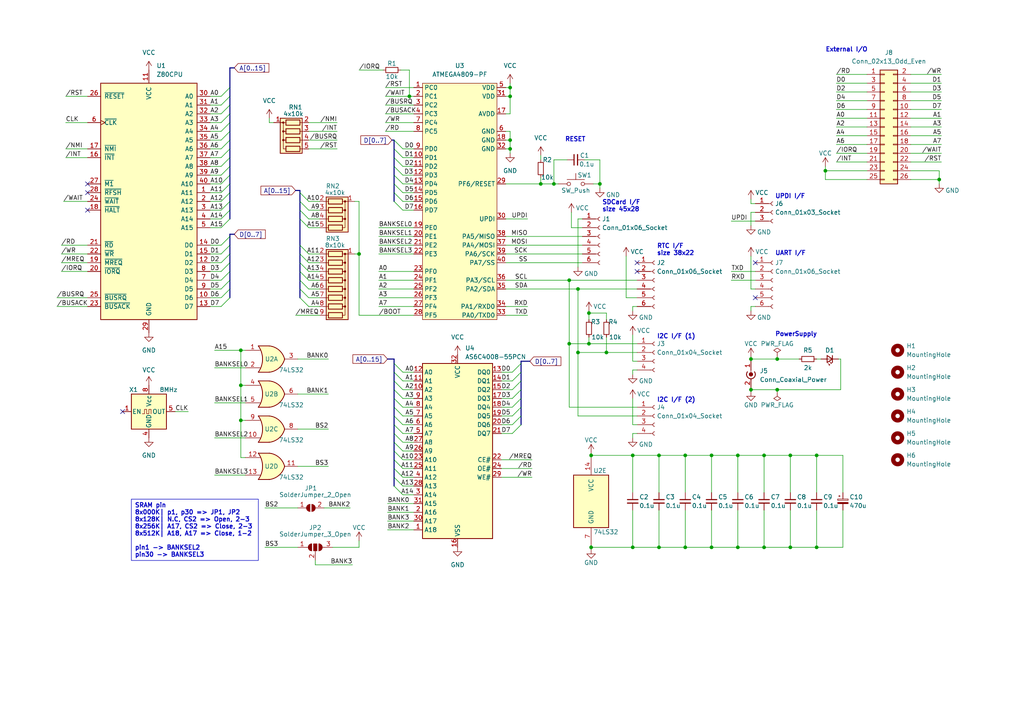
<source format=kicad_sch>
(kicad_sch (version 20230121) (generator eeschema)
  (paper "A4")
  (junction (at 167.64 83.82))
  (junction (at 272.415 52.07))
  (junction (at 217.805 104.14))
  (junction (at 147.955 27.94))
  (junction (at 191.135 158.75))
  (junction (at 170.815 90.805))
  (junction (at 206.375 132.08))
  (junction (at 239.395 49.53))
  (junction (at 198.755 158.75))
  (junction (at 229.235 132.08))
  (junction (at 175.895 102.235))
  (junction (at 118.745 27.94))
  (junction (at 104.14 73.66))
  (junction (at 165.1 99.695))
  (junction (at 191.135 132.08))
  (junction (at 183.515 132.08))
  (junction (at 236.855 132.08))
  (junction (at 69.85 121.92))
  (junction (at 221.615 132.08))
  (junction (at 147.955 25.4))
  (junction (at 206.375 158.75))
  (junction (at 173.99 53.34))
  (junction (at 171.45 158.75))
  (junction (at 147.955 40.64))
  (junction (at 156.845 53.34))
  (junction (at 69.85 111.76))
  (junction (at 147.955 43.18))
  (junction (at 167.64 102.235))
  (junction (at 69.85 101.6))
  (junction (at 221.615 158.75))
  (junction (at 165.1 81.28))
  (junction (at 236.855 158.75))
  (junction (at 217.805 113.03))
  (junction (at 213.995 158.75))
  (junction (at 213.995 132.08))
  (junction (at 170.815 99.695))
  (junction (at 160.655 53.34))
  (junction (at 171.45 132.08))
  (junction (at 229.235 158.75))
  (junction (at 225.425 104.14))
  (junction (at 198.755 132.08))
  (junction (at 225.425 113.03))
  (junction (at 183.515 158.75))
  (no_connect (at 25.4 53.34))
  (no_connect (at 219.075 86.36))
  (no_connect (at 25.4 55.88))
  (no_connect (at 184.785 76.2))
  (no_connect (at 219.075 76.2))
  (no_connect (at 184.785 78.74))
  (no_connect (at 35.56 119.38))
  (no_connect (at 25.4 60.96))
  (bus_entry (at 66.675 60.96) (size -2.54 2.54))
  (bus_entry (at 86.995 86.36) (size 2.54 2.54))
  (bus_entry (at 66.675 43.18) (size -2.54 2.54))
  (bus_entry (at 66.675 40.64) (size -2.54 2.54))
  (bus_entry (at 86.995 60.96) (size 2.54 2.54))
  (bus_entry (at 151.13 105.41) (size -2.54 2.54))
  (bus_entry (at 66.675 33.02) (size -2.54 2.54))
  (bus_entry (at 114.3 123.19) (size 2.54 2.54))
  (bus_entry (at 66.675 38.1) (size -2.54 2.54))
  (bus_entry (at 66.675 83.82) (size -2.54 2.54))
  (bus_entry (at 114.3 53.34) (size 2.54 2.54))
  (bus_entry (at 66.675 86.36) (size -2.54 2.54))
  (bus_entry (at 114.3 118.11) (size 2.54 2.54))
  (bus_entry (at 114.3 43.18) (size 2.54 2.54))
  (bus_entry (at 114.3 55.88) (size 2.54 2.54))
  (bus_entry (at 66.675 30.48) (size -2.54 2.54))
  (bus_entry (at 66.675 50.8) (size -2.54 2.54))
  (bus_entry (at 151.13 113.03) (size -2.54 2.54))
  (bus_entry (at 66.675 58.42) (size -2.54 2.54))
  (bus_entry (at 86.995 81.28) (size 2.54 2.54))
  (bus_entry (at 114.3 133.35) (size 2.54 2.54))
  (bus_entry (at 114.3 130.81) (size 2.54 2.54))
  (bus_entry (at 151.13 107.95) (size -2.54 2.54))
  (bus_entry (at 66.675 78.74) (size -2.54 2.54))
  (bus_entry (at 66.675 45.72) (size -2.54 2.54))
  (bus_entry (at 114.3 113.03) (size 2.54 2.54))
  (bus_entry (at 114.3 110.49) (size 2.54 2.54))
  (bus_entry (at 66.675 48.26) (size -2.54 2.54))
  (bus_entry (at 151.13 118.11) (size -2.54 2.54))
  (bus_entry (at 86.995 71.12) (size 2.54 2.54))
  (bus_entry (at 86.995 73.66) (size 2.54 2.54))
  (bus_entry (at 114.3 40.64) (size 2.54 2.54))
  (bus_entry (at 151.13 115.57) (size -2.54 2.54))
  (bus_entry (at 66.675 55.88) (size -2.54 2.54))
  (bus_entry (at 86.995 63.5) (size 2.54 2.54))
  (bus_entry (at 66.675 27.94) (size -2.54 2.54))
  (bus_entry (at 66.675 73.66) (size -2.54 2.54))
  (bus_entry (at 114.3 140.97) (size 2.54 2.54))
  (bus_entry (at 86.995 78.74) (size 2.54 2.54))
  (bus_entry (at 114.3 138.43) (size 2.54 2.54))
  (bus_entry (at 114.3 115.57) (size 2.54 2.54))
  (bus_entry (at 151.13 123.19) (size -2.54 2.54))
  (bus_entry (at 86.995 55.88) (size 2.54 2.54))
  (bus_entry (at 66.675 25.4) (size -2.54 2.54))
  (bus_entry (at 86.995 58.42) (size 2.54 2.54))
  (bus_entry (at 86.995 76.2) (size 2.54 2.54))
  (bus_entry (at 151.13 110.49) (size -2.54 2.54))
  (bus_entry (at 66.675 71.12) (size -2.54 2.54))
  (bus_entry (at 86.995 83.82) (size 2.54 2.54))
  (bus_entry (at 66.675 76.2) (size -2.54 2.54))
  (bus_entry (at 114.3 50.8) (size 2.54 2.54))
  (bus_entry (at 114.3 135.89) (size 2.54 2.54))
  (bus_entry (at 66.675 81.28) (size -2.54 2.54))
  (bus_entry (at 114.3 58.42) (size 2.54 2.54))
  (bus_entry (at 114.3 45.72) (size 2.54 2.54))
  (bus_entry (at 66.675 63.5) (size -2.54 2.54))
  (bus_entry (at 66.675 35.56) (size -2.54 2.54))
  (bus_entry (at 114.3 105.41) (size 2.54 2.54))
  (bus_entry (at 114.3 107.95) (size 2.54 2.54))
  (bus_entry (at 114.3 125.73) (size 2.54 2.54))
  (bus_entry (at 151.13 120.65) (size -2.54 2.54))
  (bus_entry (at 114.3 120.65) (size 2.54 2.54))
  (bus_entry (at 66.675 53.34) (size -2.54 2.54))
  (bus_entry (at 66.675 68.58) (size -2.54 2.54))
  (bus_entry (at 114.3 128.27) (size 2.54 2.54))
  (bus_entry (at 114.3 48.26) (size 2.54 2.54))
  (wire (pts (xy 217.805 61.595) (xy 217.805 65.405)))
  (wire (pts (xy 170.815 90.805) (xy 170.815 92.71)))
  (wire (pts (xy 169.545 46.355) (xy 173.99 46.355)))
  (wire (pts (xy 112.395 153.67) (xy 120.015 153.67)))
  (wire (pts (xy 102.87 73.66) (xy 104.14 73.66)))
  (wire (pts (xy 109.855 71.12) (xy 120.015 71.12)))
  (wire (pts (xy 198.755 142.875) (xy 198.755 132.08)))
  (wire (pts (xy 173.99 53.34) (xy 173.99 54.61)))
  (wire (pts (xy 118.745 27.94) (xy 120.015 27.94)))
  (wire (pts (xy 273.05 46.99) (xy 264.16 46.99)))
  (wire (pts (xy 69.85 132.715) (xy 69.85 121.92)))
  (wire (pts (xy 111.76 27.94) (xy 118.745 27.94)))
  (wire (pts (xy 217.805 104.14) (xy 217.805 104.775)))
  (wire (pts (xy 272.415 49.53) (xy 272.415 52.07)))
  (bus (pts (xy 114.3 113.03) (xy 114.3 115.57)))
  (bus (pts (xy 151.13 104.775) (xy 151.13 105.41)))
  (wire (pts (xy 86.36 124.46) (xy 95.25 124.46)))
  (wire (pts (xy 104.14 58.42) (xy 104.14 73.66)))
  (wire (pts (xy 147.955 27.94) (xy 146.685 27.94)))
  (wire (pts (xy 60.96 71.12) (xy 64.135 71.12)))
  (wire (pts (xy 86.36 104.14) (xy 95.25 104.14)))
  (wire (pts (xy 147.955 40.64) (xy 147.955 43.18)))
  (bus (pts (xy 114.3 53.34) (xy 114.3 55.88)))
  (bus (pts (xy 114.3 104.14) (xy 114.3 105.41)))
  (wire (pts (xy 62.23 116.84) (xy 71.12 116.84)))
  (wire (pts (xy 19.05 35.56) (xy 25.4 35.56)))
  (wire (pts (xy 146.685 38.1) (xy 147.955 38.1)))
  (bus (pts (xy 86.995 83.82) (xy 86.995 86.36)))
  (bus (pts (xy 151.13 115.57) (xy 151.13 118.11)))
  (bus (pts (xy 114.3 50.8) (xy 114.3 53.34)))
  (wire (pts (xy 184.785 99.695) (xy 170.815 99.695)))
  (wire (pts (xy 60.96 50.8) (xy 64.135 50.8)))
  (bus (pts (xy 66.675 30.48) (xy 66.675 33.02)))
  (wire (pts (xy 120.015 115.57) (xy 116.84 115.57)))
  (wire (pts (xy 92.71 63.5) (xy 89.535 63.5)))
  (wire (pts (xy 221.615 147.955) (xy 221.615 158.75)))
  (wire (pts (xy 156.845 45.085) (xy 156.845 46.355)))
  (wire (pts (xy 19.05 45.72) (xy 25.4 45.72)))
  (wire (pts (xy 236.855 158.75) (xy 229.235 158.75)))
  (bus (pts (xy 114.3 45.72) (xy 114.3 48.26)))
  (wire (pts (xy 242.57 36.83) (xy 251.46 36.83)))
  (wire (pts (xy 225.425 104.14) (xy 217.805 104.14)))
  (wire (pts (xy 60.96 40.64) (xy 64.135 40.64)))
  (bus (pts (xy 66.675 68.58) (xy 66.675 71.12)))
  (wire (pts (xy 104.14 158.75) (xy 96.52 158.75)))
  (wire (pts (xy 92.71 60.96) (xy 89.535 60.96)))
  (wire (pts (xy 217.805 103.505) (xy 217.805 104.14)))
  (bus (pts (xy 66.675 81.28) (xy 66.675 83.82)))
  (wire (pts (xy 69.85 111.76) (xy 71.12 111.76)))
  (wire (pts (xy 118.745 20.32) (xy 118.745 27.94)))
  (wire (pts (xy 175.895 102.235) (xy 167.64 102.235)))
  (wire (pts (xy 104.14 91.44) (xy 120.015 91.44)))
  (bus (pts (xy 151.13 113.03) (xy 151.13 115.57)))
  (wire (pts (xy 109.855 83.82) (xy 120.015 83.82)))
  (wire (pts (xy 175.895 97.79) (xy 175.895 102.235)))
  (wire (pts (xy 170.815 99.695) (xy 165.1 99.695)))
  (wire (pts (xy 93.98 147.32) (xy 101.6 147.32)))
  (wire (pts (xy 160.655 53.34) (xy 161.925 53.34)))
  (wire (pts (xy 145.415 110.49) (xy 148.59 110.49)))
  (wire (pts (xy 120.015 140.97) (xy 116.84 140.97)))
  (wire (pts (xy 111.76 33.02) (xy 120.015 33.02)))
  (wire (pts (xy 120.015 48.26) (xy 116.84 48.26)))
  (wire (pts (xy 71.12 132.715) (xy 69.85 132.715)))
  (bus (pts (xy 114.3 110.49) (xy 114.3 113.03)))
  (wire (pts (xy 60.96 66.04) (xy 64.135 66.04)))
  (wire (pts (xy 92.71 86.36) (xy 89.535 86.36)))
  (bus (pts (xy 66.675 58.42) (xy 66.675 60.96)))
  (wire (pts (xy 97.79 43.18) (xy 89.535 43.18)))
  (wire (pts (xy 85.725 91.44) (xy 92.71 91.44)))
  (wire (pts (xy 221.615 158.75) (xy 213.995 158.75)))
  (wire (pts (xy 165.735 61.595) (xy 165.735 66.04)))
  (wire (pts (xy 18.415 58.42) (xy 25.4 58.42)))
  (bus (pts (xy 114.3 123.19) (xy 114.3 125.73)))
  (wire (pts (xy 69.85 101.6) (xy 71.12 101.6)))
  (wire (pts (xy 273.05 39.37) (xy 264.16 39.37)))
  (wire (pts (xy 109.855 81.28) (xy 120.015 81.28)))
  (wire (pts (xy 217.805 113.665) (xy 217.805 113.03)))
  (wire (pts (xy 120.015 123.19) (xy 116.84 123.19)))
  (wire (pts (xy 17.78 78.74) (xy 25.4 78.74)))
  (wire (pts (xy 264.16 44.45) (xy 273.05 44.45)))
  (wire (pts (xy 60.96 55.88) (xy 64.135 55.88)))
  (wire (pts (xy 146.685 43.18) (xy 147.955 43.18)))
  (wire (pts (xy 60.96 83.82) (xy 64.135 83.82)))
  (wire (pts (xy 145.415 118.11) (xy 148.59 118.11)))
  (wire (pts (xy 239.395 49.53) (xy 251.46 49.53)))
  (wire (pts (xy 236.855 132.08) (xy 236.855 142.875)))
  (wire (pts (xy 146.685 91.44) (xy 153.035 91.44)))
  (wire (pts (xy 229.235 158.75) (xy 221.615 158.75)))
  (wire (pts (xy 264.16 49.53) (xy 272.415 49.53)))
  (bus (pts (xy 114.3 125.73) (xy 114.3 128.27)))
  (wire (pts (xy 229.235 132.08) (xy 236.855 132.08)))
  (wire (pts (xy 120.015 110.49) (xy 116.84 110.49)))
  (wire (pts (xy 272.415 52.07) (xy 272.415 53.34)))
  (wire (pts (xy 221.615 132.08) (xy 221.615 142.875)))
  (bus (pts (xy 66.675 83.82) (xy 66.675 86.36)))
  (wire (pts (xy 120.015 128.27) (xy 116.84 128.27)))
  (wire (pts (xy 164.465 46.355) (xy 160.655 46.355)))
  (wire (pts (xy 229.235 147.955) (xy 229.235 158.75)))
  (wire (pts (xy 60.96 33.02) (xy 64.135 33.02)))
  (wire (pts (xy 62.23 137.795) (xy 71.12 137.795)))
  (wire (pts (xy 60.96 60.96) (xy 64.135 60.96)))
  (wire (pts (xy 236.855 132.08) (xy 244.475 132.08)))
  (bus (pts (xy 66.675 55.88) (xy 66.675 58.42)))
  (wire (pts (xy 145.415 133.35) (xy 154.305 133.35)))
  (bus (pts (xy 66.675 67.945) (xy 66.675 68.58)))
  (wire (pts (xy 120.015 138.43) (xy 116.84 138.43)))
  (wire (pts (xy 165.735 66.04) (xy 168.91 66.04)))
  (wire (pts (xy 91.44 162.56) (xy 91.44 163.83)))
  (wire (pts (xy 217.805 88.9) (xy 217.805 90.17)))
  (wire (pts (xy 165.1 118.11) (xy 165.1 99.695)))
  (bus (pts (xy 86.995 81.28) (xy 86.995 83.82)))
  (bus (pts (xy 67.945 67.945) (xy 66.675 67.945)))
  (wire (pts (xy 264.16 41.91) (xy 273.05 41.91)))
  (wire (pts (xy 217.805 113.03) (xy 225.425 113.03)))
  (wire (pts (xy 147.955 38.1) (xy 147.955 40.64)))
  (bus (pts (xy 114.3 40.64) (xy 114.3 43.18)))
  (wire (pts (xy 171.45 158.75) (xy 171.45 159.385)))
  (wire (pts (xy 198.755 132.08) (xy 206.375 132.08)))
  (bus (pts (xy 86.995 71.12) (xy 86.995 73.66)))
  (bus (pts (xy 114.3 107.95) (xy 114.3 110.49)))
  (wire (pts (xy 60.96 81.28) (xy 64.135 81.28)))
  (bus (pts (xy 66.675 35.56) (xy 66.675 38.1)))
  (wire (pts (xy 60.96 78.74) (xy 64.135 78.74)))
  (wire (pts (xy 160.655 46.355) (xy 160.655 53.34)))
  (wire (pts (xy 92.71 73.66) (xy 89.535 73.66)))
  (wire (pts (xy 147.955 43.18) (xy 147.955 44.45)))
  (wire (pts (xy 145.415 138.43) (xy 154.305 138.43)))
  (wire (pts (xy 244.475 158.75) (xy 236.855 158.75)))
  (wire (pts (xy 273.05 29.21) (xy 264.16 29.21)))
  (bus (pts (xy 114.3 55.88) (xy 114.3 58.42)))
  (wire (pts (xy 212.09 64.135) (xy 219.075 64.135)))
  (wire (pts (xy 116.84 143.51) (xy 120.015 143.51)))
  (wire (pts (xy 213.995 158.75) (xy 206.375 158.75)))
  (wire (pts (xy 243.205 104.14) (xy 243.84 104.14)))
  (wire (pts (xy 184.785 104.775) (xy 183.515 104.775)))
  (wire (pts (xy 89.535 88.9) (xy 92.71 88.9)))
  (wire (pts (xy 156.845 51.435) (xy 156.845 53.34)))
  (wire (pts (xy 167.64 120.65) (xy 167.64 102.235)))
  (wire (pts (xy 146.685 63.5) (xy 153.035 63.5)))
  (wire (pts (xy 60.96 48.26) (xy 64.135 48.26)))
  (bus (pts (xy 66.675 27.94) (xy 66.675 30.48)))
  (wire (pts (xy 91.44 163.83) (xy 102.235 163.83)))
  (wire (pts (xy 273.05 24.13) (xy 264.16 24.13)))
  (bus (pts (xy 114.3 130.81) (xy 114.3 133.35)))
  (wire (pts (xy 112.395 151.13) (xy 120.015 151.13)))
  (wire (pts (xy 156.845 53.34) (xy 160.655 53.34)))
  (wire (pts (xy 167.64 83.82) (xy 184.785 83.82)))
  (wire (pts (xy 112.395 148.59) (xy 120.015 148.59)))
  (wire (pts (xy 104.14 20.32) (xy 111.125 20.32)))
  (wire (pts (xy 191.135 158.75) (xy 183.515 158.75)))
  (wire (pts (xy 104.14 73.66) (xy 104.14 91.44)))
  (wire (pts (xy 183.515 88.9) (xy 183.515 90.17)))
  (wire (pts (xy 146.685 71.12) (xy 168.91 71.12)))
  (wire (pts (xy 120.015 107.95) (xy 116.84 107.95)))
  (bus (pts (xy 66.675 60.96) (xy 66.675 63.5)))
  (wire (pts (xy 198.755 147.955) (xy 198.755 158.75)))
  (bus (pts (xy 151.13 118.11) (xy 151.13 120.65)))
  (wire (pts (xy 212.09 81.28) (xy 219.075 81.28)))
  (wire (pts (xy 242.57 21.59) (xy 251.46 21.59)))
  (wire (pts (xy 60.96 38.1) (xy 64.135 38.1)))
  (wire (pts (xy 120.015 45.72) (xy 116.84 45.72)))
  (wire (pts (xy 120.015 60.96) (xy 116.84 60.96)))
  (wire (pts (xy 111.76 35.56) (xy 120.015 35.56)))
  (wire (pts (xy 60.96 43.18) (xy 64.135 43.18)))
  (wire (pts (xy 109.855 68.58) (xy 120.015 68.58)))
  (wire (pts (xy 219.075 88.9) (xy 217.805 88.9)))
  (wire (pts (xy 147.955 24.13) (xy 147.955 25.4)))
  (wire (pts (xy 213.995 147.955) (xy 213.995 158.75)))
  (bus (pts (xy 66.675 50.8) (xy 66.675 53.34)))
  (wire (pts (xy 60.96 88.9) (xy 64.135 88.9)))
  (bus (pts (xy 66.675 48.26) (xy 66.675 50.8)))
  (wire (pts (xy 109.855 66.04) (xy 120.015 66.04)))
  (wire (pts (xy 273.05 26.67) (xy 264.16 26.67)))
  (wire (pts (xy 225.425 104.14) (xy 231.775 104.14)))
  (wire (pts (xy 120.015 55.88) (xy 116.84 55.88)))
  (wire (pts (xy 219.075 61.595) (xy 217.805 61.595)))
  (wire (pts (xy 104.14 156.845) (xy 104.14 158.75)))
  (wire (pts (xy 183.515 107.315) (xy 183.515 108.585)))
  (wire (pts (xy 69.85 121.92) (xy 71.12 121.92)))
  (bus (pts (xy 86.995 60.96) (xy 86.995 63.5)))
  (wire (pts (xy 191.135 132.08) (xy 198.755 132.08)))
  (wire (pts (xy 92.71 78.74) (xy 89.535 78.74)))
  (bus (pts (xy 114.3 138.43) (xy 114.3 140.97)))
  (wire (pts (xy 109.855 86.36) (xy 120.015 86.36)))
  (wire (pts (xy 217.805 83.82) (xy 219.075 83.82)))
  (bus (pts (xy 66.675 78.74) (xy 66.675 81.28)))
  (wire (pts (xy 78.105 35.56) (xy 79.375 35.56)))
  (wire (pts (xy 181.61 86.36) (xy 184.785 86.36)))
  (wire (pts (xy 242.57 34.29) (xy 251.46 34.29)))
  (bus (pts (xy 66.675 19.685) (xy 66.675 25.4)))
  (wire (pts (xy 17.78 73.66) (xy 25.4 73.66)))
  (wire (pts (xy 97.79 38.1) (xy 89.535 38.1)))
  (wire (pts (xy 184.785 118.11) (xy 165.1 118.11)))
  (wire (pts (xy 183.515 123.19) (xy 183.515 115.57)))
  (wire (pts (xy 120.015 43.18) (xy 116.84 43.18)))
  (bus (pts (xy 67.945 19.685) (xy 66.675 19.685)))
  (wire (pts (xy 217.805 74.295) (xy 217.805 83.82)))
  (wire (pts (xy 86.36 135.255) (xy 95.25 135.255)))
  (wire (pts (xy 17.78 76.2) (xy 25.4 76.2)))
  (wire (pts (xy 116.84 50.8) (xy 120.015 50.8)))
  (wire (pts (xy 120.015 53.34) (xy 116.84 53.34)))
  (wire (pts (xy 251.46 44.45) (xy 242.57 44.45)))
  (wire (pts (xy 206.375 158.75) (xy 198.755 158.75)))
  (wire (pts (xy 145.415 115.57) (xy 148.59 115.57)))
  (wire (pts (xy 16.51 88.9) (xy 25.4 88.9)))
  (wire (pts (xy 244.475 147.955) (xy 244.475 158.75)))
  (bus (pts (xy 112.395 104.14) (xy 114.3 104.14)))
  (wire (pts (xy 171.45 132.08) (xy 171.45 132.715)))
  (wire (pts (xy 239.395 52.07) (xy 251.46 52.07)))
  (wire (pts (xy 145.415 120.65) (xy 148.59 120.65)))
  (wire (pts (xy 198.755 158.75) (xy 191.135 158.75)))
  (wire (pts (xy 171.45 158.115) (xy 171.45 158.75)))
  (bus (pts (xy 66.675 45.72) (xy 66.675 48.26)))
  (wire (pts (xy 60.96 63.5) (xy 64.135 63.5)))
  (bus (pts (xy 114.3 40.64) (xy 113.665 40.64)))
  (wire (pts (xy 212.09 78.74) (xy 219.075 78.74)))
  (wire (pts (xy 86.36 114.3) (xy 95.25 114.3)))
  (wire (pts (xy 50.8 119.38) (xy 54.61 119.38)))
  (wire (pts (xy 242.57 29.21) (xy 251.46 29.21)))
  (wire (pts (xy 175.895 90.805) (xy 175.895 92.71)))
  (bus (pts (xy 114.3 115.57) (xy 114.3 118.11)))
  (wire (pts (xy 239.395 48.26) (xy 239.395 49.53)))
  (wire (pts (xy 173.99 46.355) (xy 173.99 53.34)))
  (wire (pts (xy 146.685 73.66) (xy 168.91 73.66)))
  (bus (pts (xy 86.995 58.42) (xy 86.995 60.96)))
  (wire (pts (xy 116.205 20.32) (xy 118.745 20.32)))
  (bus (pts (xy 114.3 133.35) (xy 114.3 135.89)))
  (bus (pts (xy 114.3 118.11) (xy 114.3 120.65)))
  (wire (pts (xy 171.45 131.445) (xy 171.45 132.08)))
  (wire (pts (xy 170.815 90.17) (xy 170.815 90.805)))
  (wire (pts (xy 273.05 36.83) (xy 264.16 36.83)))
  (wire (pts (xy 102.87 58.42) (xy 104.14 58.42)))
  (wire (pts (xy 264.16 52.07) (xy 272.415 52.07)))
  (wire (pts (xy 111.76 38.1) (xy 120.015 38.1)))
  (wire (pts (xy 60.96 30.48) (xy 64.135 30.48)))
  (bus (pts (xy 66.675 33.02) (xy 66.675 35.56)))
  (wire (pts (xy 146.685 76.2) (xy 168.91 76.2)))
  (wire (pts (xy 147.955 33.02) (xy 146.685 33.02)))
  (wire (pts (xy 213.995 132.08) (xy 213.995 142.875)))
  (bus (pts (xy 86.995 78.74) (xy 86.995 81.28)))
  (wire (pts (xy 184.785 102.235) (xy 175.895 102.235)))
  (wire (pts (xy 145.415 107.95) (xy 148.59 107.95)))
  (wire (pts (xy 120.015 130.81) (xy 116.84 130.81)))
  (wire (pts (xy 19.05 43.18) (xy 25.4 43.18)))
  (wire (pts (xy 273.05 31.75) (xy 264.16 31.75)))
  (wire (pts (xy 206.375 132.08) (xy 206.375 142.875)))
  (wire (pts (xy 89.535 58.42) (xy 92.71 58.42)))
  (wire (pts (xy 251.46 41.91) (xy 242.57 41.91)))
  (wire (pts (xy 120.015 120.65) (xy 116.84 120.65)))
  (bus (pts (xy 114.3 120.65) (xy 114.3 123.19)))
  (wire (pts (xy 120.015 133.35) (xy 116.84 133.35)))
  (bus (pts (xy 66.675 38.1) (xy 66.675 40.64)))
  (wire (pts (xy 60.96 27.94) (xy 64.135 27.94)))
  (bus (pts (xy 66.675 76.2) (xy 66.675 78.74)))
  (bus (pts (xy 114.3 128.27) (xy 114.3 130.81)))
  (wire (pts (xy 183.515 132.08) (xy 183.515 142.875)))
  (wire (pts (xy 145.415 113.03) (xy 148.59 113.03)))
  (wire (pts (xy 273.05 34.29) (xy 264.16 34.29)))
  (bus (pts (xy 86.995 55.88) (xy 86.995 58.42)))
  (wire (pts (xy 69.85 101.6) (xy 62.23 101.6)))
  (bus (pts (xy 85.725 55.245) (xy 86.995 55.245)))
  (wire (pts (xy 236.855 147.955) (xy 236.855 158.75)))
  (wire (pts (xy 206.375 147.955) (xy 206.375 158.75)))
  (wire (pts (xy 146.685 53.34) (xy 156.845 53.34)))
  (wire (pts (xy 78.105 34.29) (xy 78.105 35.56)))
  (wire (pts (xy 76.835 147.32) (xy 86.36 147.32)))
  (wire (pts (xy 109.855 78.74) (xy 120.015 78.74)))
  (wire (pts (xy 146.685 88.9) (xy 153.035 88.9)))
  (wire (pts (xy 62.23 106.68) (xy 71.12 106.68)))
  (wire (pts (xy 165.1 81.28) (xy 184.785 81.28)))
  (wire (pts (xy 97.79 35.56) (xy 89.535 35.56)))
  (wire (pts (xy 60.96 76.2) (xy 64.135 76.2)))
  (wire (pts (xy 170.815 97.79) (xy 170.815 99.695)))
  (wire (pts (xy 92.71 81.28) (xy 89.535 81.28)))
  (wire (pts (xy 225.425 113.03) (xy 225.425 113.665)))
  (wire (pts (xy 146.685 83.82) (xy 167.64 83.82)))
  (wire (pts (xy 60.96 58.42) (xy 64.135 58.42)))
  (wire (pts (xy 109.855 73.66) (xy 120.015 73.66)))
  (wire (pts (xy 217.805 57.785) (xy 217.805 59.055)))
  (wire (pts (xy 146.685 81.28) (xy 165.1 81.28)))
  (wire (pts (xy 217.805 113.03) (xy 217.805 112.395)))
  (wire (pts (xy 109.855 88.9) (xy 120.015 88.9)))
  (bus (pts (xy 86.995 55.245) (xy 86.995 55.88)))
  (bus (pts (xy 151.13 120.65) (xy 151.13 123.19)))
  (wire (pts (xy 225.425 103.505) (xy 225.425 104.14)))
  (wire (pts (xy 145.415 123.19) (xy 148.59 123.19)))
  (bus (pts (xy 114.3 105.41) (xy 114.3 107.95)))
  (wire (pts (xy 184.785 120.65) (xy 167.64 120.65)))
  (wire (pts (xy 242.57 31.75) (xy 251.46 31.75)))
  (wire (pts (xy 244.475 132.08) (xy 244.475 142.875)))
  (wire (pts (xy 172.085 53.34) (xy 173.99 53.34)))
  (wire (pts (xy 221.615 132.08) (xy 229.235 132.08)))
  (wire (pts (xy 147.955 27.94) (xy 147.955 33.02)))
  (wire (pts (xy 69.85 111.76) (xy 69.85 101.6)))
  (wire (pts (xy 19.05 27.94) (xy 25.4 27.94)))
  (wire (pts (xy 229.235 132.08) (xy 229.235 142.875)))
  (wire (pts (xy 251.46 46.99) (xy 242.57 46.99)))
  (wire (pts (xy 167.64 77.47) (xy 167.64 63.5)))
  (wire (pts (xy 120.015 135.89) (xy 116.84 135.89)))
  (wire (pts (xy 183.515 125.73) (xy 183.515 127)))
  (bus (pts (xy 66.675 25.4) (xy 66.675 27.94)))
  (bus (pts (xy 114.3 48.26) (xy 114.3 50.8)))
  (wire (pts (xy 120.015 113.03) (xy 116.84 113.03)))
  (bus (pts (xy 86.995 76.2) (xy 86.995 78.74)))
  (wire (pts (xy 146.685 68.58) (xy 168.91 68.58)))
  (wire (pts (xy 242.57 39.37) (xy 251.46 39.37)))
  (wire (pts (xy 60.96 53.34) (xy 64.135 53.34)))
  (bus (pts (xy 151.13 110.49) (xy 151.13 113.03)))
  (wire (pts (xy 76.835 158.75) (xy 86.36 158.75)))
  (wire (pts (xy 111.76 30.48) (xy 120.015 30.48)))
  (bus (pts (xy 114.3 135.89) (xy 114.3 138.43)))
  (wire (pts (xy 120.015 118.11) (xy 116.84 118.11)))
  (wire (pts (xy 213.995 132.08) (xy 221.615 132.08)))
  (bus (pts (xy 86.995 63.5) (xy 86.995 71.12)))
  (wire (pts (xy 181.61 74.295) (xy 181.61 86.36)))
  (wire (pts (xy 62.23 127) (xy 71.12 127)))
  (wire (pts (xy 184.785 123.19) (xy 183.515 123.19)))
  (wire (pts (xy 145.415 125.73) (xy 148.59 125.73)))
  (wire (pts (xy 243.84 113.03) (xy 225.425 113.03)))
  (wire (pts (xy 17.78 71.12) (xy 25.4 71.12)))
  (wire (pts (xy 171.45 132.08) (xy 183.515 132.08)))
  (wire (pts (xy 89.535 66.04) (xy 92.71 66.04)))
  (bus (pts (xy 66.675 53.34) (xy 66.675 55.88)))
  (wire (pts (xy 112.395 146.05) (xy 120.015 146.05)))
  (wire (pts (xy 206.375 132.08) (xy 213.995 132.08)))
  (wire (pts (xy 97.79 40.64) (xy 89.535 40.64)))
  (wire (pts (xy 170.815 90.805) (xy 175.895 90.805)))
  (wire (pts (xy 69.85 121.92) (xy 69.85 111.76)))
  (wire (pts (xy 120.015 58.42) (xy 116.84 58.42)))
  (wire (pts (xy 146.685 25.4) (xy 147.955 25.4)))
  (wire (pts (xy 146.685 40.64) (xy 147.955 40.64)))
  (wire (pts (xy 191.135 132.08) (xy 191.135 142.875)))
  (wire (pts (xy 120.015 125.73) (xy 116.84 125.73)))
  (wire (pts (xy 239.395 49.53) (xy 239.395 52.07)))
  (bus (pts (xy 66.675 43.18) (xy 66.675 45.72)))
  (wire (pts (xy 92.71 76.2) (xy 89.535 76.2)))
  (wire (pts (xy 183.515 147.955) (xy 183.515 158.75)))
  (wire (pts (xy 183.515 158.75) (xy 171.45 158.75)))
  (wire (pts (xy 217.805 59.055) (xy 219.075 59.055)))
  (wire (pts (xy 60.96 45.72) (xy 64.135 45.72)))
  (wire (pts (xy 236.855 104.14) (xy 238.125 104.14)))
  (bus (pts (xy 86.995 73.66) (xy 86.995 76.2)))
  (wire (pts (xy 16.51 86.36) (xy 25.4 86.36)))
  (wire (pts (xy 183.515 132.08) (xy 191.135 132.08)))
  (wire (pts (xy 167.64 102.235) (xy 167.64 83.82)))
  (wire (pts (xy 242.57 24.13) (xy 251.46 24.13)))
  (wire (pts (xy 60.96 35.56) (xy 64.135 35.56)))
  (wire (pts (xy 60.96 86.36) (xy 64.135 86.36)))
  (wire (pts (xy 191.135 147.955) (xy 191.135 158.75)))
  (bus (pts (xy 151.13 105.41) (xy 151.13 107.95)))
  (wire (pts (xy 184.785 125.73) (xy 183.515 125.73)))
  (wire (pts (xy 147.955 25.4) (xy 147.955 27.94)))
  (wire (pts (xy 167.64 63.5) (xy 168.91 63.5)))
  (wire (pts (xy 165.1 99.695) (xy 165.1 81.28)))
  (wire (pts (xy 111.76 25.4) (xy 120.015 25.4)))
  (bus (pts (xy 66.675 40.64) (xy 66.675 43.18)))
  (wire (pts (xy 184.785 107.315) (xy 183.515 107.315)))
  (bus (pts (xy 151.13 107.95) (xy 151.13 110.49)))
  (wire (pts (xy 183.515 104.775) (xy 183.515 97.155)))
  (wire (pts (xy 243.84 104.14) (xy 243.84 113.03)))
  (wire (pts (xy 184.785 88.9) (xy 183.515 88.9)))
  (wire (pts (xy 273.05 21.59) (xy 264.16 21.59)))
  (bus (pts (xy 114.3 43.18) (xy 114.3 45.72)))
  (bus (pts (xy 151.13 104.775) (xy 153.67 104.775)))
  (bus (pts (xy 66.675 73.66) (xy 66.675 76.2)))
  (bus (pts (xy 66.675 71.12) (xy 66.675 73.66)))
  (wire (pts (xy 92.71 83.82) (xy 89.535 83.82)))
  (wire (pts (xy 242.57 26.67) (xy 251.46 26.67)))
  (wire (pts (xy 60.96 73.66) (xy 64.135 73.66)))
  (wire (pts (xy 145.415 135.89) (xy 154.305 135.89)))
  (text_box "SRAM pin\n8x000K| p1, p30 => JP1, JP2\n8x128K| N.C, CS2 => Open, 2-3 \n8x256K| A17, CS2 => Close, 2-3\n8x512K| A18, A17 => Close, 1-2\n\npin1 -> BANKSEL2\npin30 -> BANKSEL3" (at 38.1 144.78 0) (size 36.83 17.78) (effects (font (size 1.27 1.27) bold) (justify left top)))
  (text "UART I/F" (at 224.79 74.295 0) (effects (font (size 1.27 1.27) bold) (justify left bottom)))
  (text "External I/O" (at 239.395 15.24 0) (effects (font (size 1.27 1.27) (thickness 0.254) bold) (justify left bottom)))
  (text "PowerSupply" (at 224.79 97.79 0) (effects (font (size 1.27 1.27) (thickness 0.254) bold) (justify left bottom)))
  (text "UPDI I/F" (at 224.79 57.785 0) (effects (font (size 1.27 1.27) bold) (justify left bottom)))
  (text "I2C I/F (1)" (at 190.5 98.425 0) (effects (font (size 1.27 1.27) bold) (justify left bottom)))
  (text "RESET" (at 163.83 41.275 0) (effects (font (size 1.27 1.27) (thickness 0.254) bold) (justify left bottom)))
  (text "RTC I/F\nsize 38x22" (at 190.5 74.295 0) (effects (font (size 1.27 1.27) bold) (justify left bottom)))
  (text "I2C I/F (2)" (at 190.5 116.84 0) (effects (font (size 1.27 1.27) bold) (justify left bottom)))
  (text "SDCard I/F\nsize 45x28" (at 174.625 61.595 0) (effects (font (size 1.27 1.27) (thickness 0.254) bold) (justify left bottom)))
  (label "A10" (at 92.71 58.42 180))
  (label "{slash}WAIT" (at 111.76 27.94 0))
  (label "BANK2" (at 112.395 153.67 0))
  (label "{slash}WR" (at 273.05 21.59 180))
  (label "A3" (at 273.05 36.83 180))
  (label "A13" (at 120.015 140.97 180))
  (label "D5" (at 120.015 55.88 180))
  (label "A6" (at 92.71 83.82 180))
  (label "D6" (at 60.96 86.36 0))
  (label "D1" (at 145.415 110.49 0))
  (label "{slash}BUSACK" (at 111.76 33.02 0))
  (label "A7" (at 120.015 125.73 180))
  (label "{slash}RST" (at 273.05 46.99 180))
  (label "A12" (at 60.96 58.42 0))
  (label "D4" (at 145.415 118.11 0))
  (label "A3" (at 109.855 86.36 0))
  (label "D7" (at 60.96 88.9 0))
  (label "D1" (at 273.05 24.13 180))
  (label "A0" (at 60.96 27.94 0))
  (label "A10" (at 60.96 53.34 0))
  (label "A5" (at 60.96 40.64 0))
  (label "D1" (at 120.015 45.72 180))
  (label "A9" (at 120.015 130.81 180))
  (label "{slash}WAIT" (at 18.415 58.42 0))
  (label "{slash}NMI" (at 97.79 35.56 180))
  (label "D3" (at 145.415 115.57 0))
  (label "D1" (at 60.96 73.66 0))
  (label "{slash}RD" (at 242.57 21.59 0))
  (label "TXD" (at 212.09 78.74 0))
  (label "D2" (at 145.415 113.03 0))
  (label "D4" (at 60.96 81.28 0))
  (label "A14" (at 92.71 81.28 180))
  (label "A1" (at 120.015 110.49 180))
  (label "A5" (at 120.015 120.65 180))
  (label "D7" (at 273.05 31.75 180))
  (label "A8" (at 120.015 128.27 180))
  (label "MOSI" (at 153.035 71.12 180))
  (label "A15" (at 60.96 66.04 0))
  (label "CLK" (at 54.61 119.38 180))
  (label "BS3" (at 76.835 158.75 0))
  (label "A1" (at 273.05 34.29 180))
  (label "D0" (at 120.015 43.18 180))
  (label "D5" (at 273.05 29.21 180))
  (label "{slash}BUSRQ" (at 16.51 86.36 0))
  (label "BS3" (at 95.25 135.255 180))
  (label "A5" (at 92.71 86.36 180))
  (label "BANKSEL0" (at 62.23 106.68 0))
  (label "A5" (at 273.05 39.37 180))
  (label "{slash}BUSRQ" (at 97.79 40.64 180))
  (label "{slash}RST" (at 19.05 27.94 0))
  (label "D0" (at 145.415 107.95 0))
  (label "BANK0" (at 112.395 146.05 0))
  (label "A2" (at 242.57 36.83 0))
  (label "A12" (at 120.015 138.43 180))
  (label "A11" (at 92.71 73.66 180))
  (label "A10" (at 120.015 133.35 180))
  (label "BANKSEL1" (at 62.23 116.84 0))
  (label "A4" (at 242.57 39.37 0))
  (label "{slash}BOOT" (at 109.855 91.44 0))
  (label "D5" (at 60.96 83.82 0))
  (label "D6" (at 242.57 31.75 0))
  (label "RXD" (at 212.09 81.28 0))
  (label "A8" (at 60.96 48.26 0))
  (label "A6" (at 242.57 41.91 0))
  (label "BANKSEL0" (at 109.855 66.04 0))
  (label "{slash}NMI" (at 19.05 43.18 0))
  (label "SCL" (at 153.035 81.28 180))
  (label "{slash}INT" (at 19.05 45.72 0))
  (label "D2" (at 120.015 48.26 180))
  (label "A1" (at 109.855 81.28 0))
  (label "D6" (at 120.015 58.42 180))
  (label "BANKSEL1" (at 109.855 68.58 0))
  (label "CLK" (at 19.05 35.56 0))
  (label "D6" (at 145.415 123.19 0))
  (label "A14" (at 60.96 63.5 0))
  (label "A0" (at 120.015 107.95 180))
  (label "{slash}WAIT" (at 273.05 44.45 180))
  (label "D4" (at 242.57 29.21 0))
  (label "A15" (at 92.71 66.04 180))
  (label "A3" (at 60.96 35.56 0))
  (label "A7" (at 109.855 88.9 0))
  (label "A0" (at 242.57 34.29 0))
  (label "A11" (at 120.015 135.89 180))
  (label "D7" (at 120.015 60.96 180))
  (label "{slash}MREQ" (at 85.725 91.44 0))
  (label "{slash}IORQ" (at 17.78 78.74 0))
  (label "A6" (at 120.015 123.19 180))
  (label "A14" (at 120.015 143.51 180))
  (label "D7" (at 145.415 125.73 0))
  (label "A11" (at 60.96 55.88 0))
  (label "BANK0" (at 95.25 104.14 180))
  (label "D4" (at 120.015 53.34 180))
  (label "A8" (at 92.71 63.5 180))
  (label "A4" (at 92.71 88.9 180))
  (label "BANK3" (at 102.235 163.83 180))
  (label "A4" (at 60.96 38.1 0))
  (label "BS2" (at 76.835 147.32 0))
  (label "D3" (at 119.888 50.8 180))
  (label "A2" (at 60.96 33.02 0))
  (label "A15" (at 62.23 101.6 0))
  (label "A13" (at 92.71 78.74 180))
  (label "A9" (at 92.71 60.96 180))
  (label "RXD" (at 153.035 88.9 180))
  (label "BANK1" (at 95.25 114.3 180))
  (label "BANK3" (at 112.395 151.13 0))
  (label "A7" (at 273.05 41.91 180))
  (label "{slash}INT" (at 97.79 38.1 180))
  (label "BANKSEL3" (at 109.855 73.66 0))
  (label "A2" (at 120.015 113.03 180))
  (label "{slash}RD" (at 111.76 38.1 0))
  (label "UPDI" (at 153.035 63.5 180))
  (label "D5" (at 145.415 120.65 0))
  (label "SCK" (at 153.035 73.66 180))
  (label "UPDI" (at 212.09 64.135 0))
  (label "{slash}RST" (at 97.79 43.18 180))
  (label "D0" (at 242.57 24.13 0))
  (label "{slash}WR" (at 17.78 73.66 0))
  (label "BS2" (at 95.25 124.46 180))
  (label "A13" (at 60.96 60.96 0))
  (label "A6" (at 60.96 43.18 0))
  (label "A7" (at 60.96 45.72 0))
  (label "{slash}MREQ" (at 17.78 76.2 0))
  (label "{slash}MREQ" (at 154.305 133.35 180))
  (label "{slash}IORQ" (at 104.14 20.32 0))
  (label "{slash}RST" (at 111.76 25.4 0))
  (label "SDA" (at 153.035 83.82 180))
  (label "A4" (at 120.015 118.11 180))
  (label "BANKSEL2" (at 109.855 71.12 0))
  (label "MISO" (at 153.035 68.58 180))
  (label "D2" (at 60.96 76.2 0))
  (label "A1" (at 60.96 30.48 0))
  (label "BANK2" (at 101.6 147.32 180))
  (label "A9" (at 60.96 50.8 0))
  (label "{slash}INT" (at 242.57 46.99 0))
  (label "A0" (at 109.855 78.74 0))
  (label "TXD" (at 153.035 91.44 180))
  (label "SS" (at 153.035 76.2 180))
  (label "{slash}RD" (at 154.305 135.89 180))
  (label "{slash}BUSACK" (at 16.51 88.9 0))
  (label "{slash}WR" (at 154.305 138.43 180))
  (label "{slash}IORQ" (at 242.57 44.45 0))
  (label "A3" (at 120.015 115.57 180))
  (label "D0" (at 60.96 71.12 0))
  (label "{slash}RD" (at 17.78 71.12 0))
  (label "A2" (at 109.855 83.82 0))
  (label "{slash}BUSRQ" (at 111.76 30.48 0))
  (label "BANKSEL2" (at 62.23 127 0))
  (label "D3" (at 273.05 26.67 180))
  (label "BANK1" (at 112.395 148.59 0))
  (label "D2" (at 242.57 26.67 0))
  (label "D3" (at 60.96 78.74 0))
  (label "{slash}WR" (at 111.76 35.56 0))
  (label "A12" (at 92.71 76.2 180))
  (label "BANKSEL3" (at 62.23 137.795 0))
  (global_label "A[0..15]" (shape input) (at 85.725 55.245 180) (property "Intersheetrefs" "${INTERSHEET_REFS}" (effects hide)))
  (global_label "D[0..7]" (shape input) (at 67.945 67.945 0) (property "Intersheetrefs" "${INTERSHEET_REFS}" (effects hide)))
  (global_label "D[0..7]" (shape input) (at 153.67 104.775 0) (property "Intersheetrefs" "${INTERSHEET_REFS}" (effects hide)))
  (global_label "A[0..15]" (shape input) (at 67.945 19.685 0) (property "Intersheetrefs" "${INTERSHEET_REFS}" (effects hide)))
  (global_label "A[0..15]" (shape input) (at 112.395 104.14 180) (property "Intersheetrefs" "${INTERSHEET_REFS}" (effects hide)))
  (global_label "D[0..7]" (shape input) (at 113.665 40.64 180) (property "Intersheetrefs" "${INTERSHEET_REFS}" (effects hide)))
  (symbol (lib_id "power:VCC") (at 183.515 115.57 0) (unit 1)
    (property "Reference" "#PWR022" (effects hide))
    (property "Value" "VCC" (at 186.69 114.3 0))
  )
  (symbol (lib_id "Device:C_Small") (at 167.005 46.355 90) (unit 1)
    (property "Reference" "C1" (at 169.545 45.085 90))
    (property "Value" "0.1u" (at 170.18 47.625 90))
    (property "Footprint" "Capacitor_THT:C_Disc_D4.3mm_W1.9mm_P5.00mm" (effects hide))
  )
  (symbol (lib_id "Mechanical:MountingHole") (at 260.35 133.35 0) (unit 1)
    (property "Reference" "H6" (at 262.89 132.08 0) (effects (justify left)))
    (property "Value" "MountingHole" (at 262.89 134.62 0) (effects (justify left)))
    (property "Footprint" "MountingHole:MountingHole_3.2mm_M3" (effects hide))
  )
  (symbol (lib_id "Connector:Conn_Coaxial_Power") (at 217.805 107.315 0) (unit 1)
    (property "Reference" "J5" (at 220.345 107.569 0) (effects (justify left)))
    (property "Value" "Conn_Coaxial_Power" (at 220.345 110.109 0) (effects (justify left)))
    (property "Footprint" "sbcz80cpm:A295-CTRPB-1" (effects hide))
  )
  (symbol (lib_id "74xx:74LS32") (at 78.74 104.14 0) (unit 1)
    (property "Reference" "U2" (at 78.74 104.14 0))
    (property "Value" "74LS32" (at 84.455 107.315 0))
    (property "Footprint" "Package_DIP:DIP-14_W7.62mm_Socket" (effects hide))
    (property "Datasheet" "http://www.ti.com/lit/gpn/sn74LS32" (effects hide))
  )
  (symbol (lib_id "Mechanical:MountingHole") (at 260.35 107.95 0) (unit 1)
    (property "Reference" "H2" (at 262.89 106.68 0) (effects (justify left)))
    (property "Value" "MountingHole" (at 262.89 109.22 0) (effects (justify left)))
    (property "Footprint" "MountingHole:MountingHole_3.2mm_M3" (effects hide))
  )
  (symbol (lib_id "power:GND") (at 43.18 96.52 0) (unit 1)
    (property "Reference" "#PWR02" (effects hide))
    (property "Value" "GND" (at 43.18 101.6 0))
  )
  (symbol (lib_id "power:GND") (at 183.515 108.585 0) (unit 1)
    (property "Reference" "#PWR021" (effects hide))
    (property "Value" "GND" (at 187.325 110.49 0))
  )
  (symbol (lib_id "sbcz80cpm:ATMEGA4809-PF") (at 122.555 24.13 0) (unit 1)
    (property "Reference" "U3" (at 133.35 19.05 0))
    (property "Value" "ATMEGA4809-PF" (at 133.35 21.59 0))
    (property "Footprint" "Package_DIP:DIP-40_W15.24mm_Socket" (effects hide))
    (property "Datasheet" "https://akizukidenshi.com/catalog/g/g116144/" (effects hide))
  )
  (symbol (lib_id "74xx:74LS32") (at 171.45 145.415 0) (unit 5)
    (property "Reference" "U2" (at 172.085 136.525 0) (effects (justify left)))
    (property "Value" "74LS32" (at 172.085 154.305 0) (effects (justify left)))
    (property "Footprint" "Package_DIP:DIP-14_W7.62mm_Socket" (effects hide))
    (property "Datasheet" "http://www.ti.com/lit/gpn/sn74LS32" (effects hide))
  )
  (symbol (lib_id "power:GND") (at 132.715 158.75 0) (unit 1)
    (property "Reference" "#PWR08" (effects hide))
    (property "Value" "GND" (at 132.715 163.83 0))
  )
  (symbol (lib_id "power:VCC") (at 181.61 74.295 0) (unit 1)
    (property "Reference" "#PWR018" (effects hide))
    (property "Value" "VCC" (at 184.785 73.025 0))
  )
  (symbol (lib_id "power:VCC") (at 156.845 45.085 0) (unit 1)
    (property "Reference" "#PWR011" (effects hide))
    (property "Value" "VCC" (at 156.845 40.005 0))
  )
  (symbol (lib_id "power:GND") (at 183.515 90.17 0) (unit 1)
    (property "Reference" "#PWR019" (effects hide))
    (property "Value" "GND" (at 187.325 92.075 0))
  )
  (symbol (lib_id "Memory_RAM:AS6C4008-55PCN") (at 132.715 130.81 0) (unit 1)
    (property "Reference" "U4" (at 134.9091 100.965 0) (effects (justify left)))
    (property "Value" "AS6C4008-55PCN" (at 134.9091 103.505 0) (effects (justify left)))
    (property "Footprint" "Package_DIP:DIP-32_W15.24mm_Socket" (effects hide))
    (property "Datasheet" "https://www.alliancememory.com/wp-content/uploads/pdf/AS6C4008.pdf" (effects hide))
  )
  (symbol (lib_id "power:VCC") (at 217.805 103.505 0) (unit 1)
    (property "Reference" "#PWR028" (effects hide))
    (property "Value" "VCC" (at 217.805 99.695 0))
  )
  (symbol (lib_id "Device:C_Small") (at 191.135 145.415 0) (unit 1)
    (property "Reference" "C3" (at 193.04 144.145 0) (effects (justify left)))
    (property "Value" "0.1u" (at 193.04 146.685 0) (effects (justify left)))
    (property "Footprint" "Capacitor_THT:C_Disc_D4.3mm_W1.9mm_P5.00mm" (effects hide))
  )
  (symbol (lib_id "power:GND") (at 43.18 127 0) (unit 1)
    (property "Reference" "#PWR04" (effects hide))
    (property "Value" "GND" (at 43.18 132.08 0))
  )
  (symbol (lib_id "Device:C_Small") (at 229.235 145.415 0) (unit 1)
    (property "Reference" "C8" (at 231.14 144.145 0) (effects (justify left)))
    (property "Value" "0.1u" (at 231.14 146.685 0) (effects (justify left)))
    (property "Footprint" "Capacitor_THT:C_Disc_D4.3mm_W1.9mm_P5.00mm" (effects hide))
  )
  (symbol (lib_id "power:VCC") (at 147.955 24.13 0) (unit 1)
    (property "Reference" "#PWR09" (effects hide))
    (property "Value" "VCC" (at 147.955 19.05 0))
  )
  (symbol (lib_id "Oscillator:CXO_DIP8") (at 43.18 119.38 0) (unit 1)
    (property "Reference" "X1" (at 38.735 113.03 0))
    (property "Value" "8MHz" (at 48.895 113.03 0))
    (property "Footprint" "Oscillator:Oscillator_DIP-8" (effects hide))
    (property "Datasheet" "http://cdn-reichelt.de/documents/datenblatt/B400/OSZI.pdf" (effects hide))
  )
  (symbol (lib_id "CPU:Z80CPU") (at 43.18 58.42 0) (unit 1)
    (property "Reference" "U1" (at 45.3741 19.05 0) (effects (justify left)))
    (property "Value" "Z80CPU" (at 45.3741 21.59 0) (effects (justify left)))
    (property "Footprint" "Package_DIP:DIP-40_W15.24mm_Socket" (effects hide))
    (property "Datasheet" "www.zilog.com/manage_directlink.php?filepath=docs/z80/um0080" (effects hide))
  )
  (symbol (lib_id "power:GND") (at 171.45 159.385 0) (unit 1)
    (property "Reference" "#PWR016" (effects hide))
    (property "Value" "GND" (at 171.45 163.195 0))
  )
  (symbol (lib_id "Mechanical:MountingHole") (at 260.35 127 0) (unit 1)
    (property "Reference" "H5" (at 262.89 125.73 0) (effects (justify left)))
    (property "Value" "MountingHole" (at 262.89 128.27 0) (effects (justify left)))
    (property "Footprint" "MountingHole:MountingHole_3.2mm_M3" (effects hide))
  )
  (symbol (lib_id "power:VCC") (at 183.515 97.155 0) (unit 1)
    (property "Reference" "#PWR020" (effects hide))
    (property "Value" "VCC" (at 186.69 95.885 0))
  )
  (symbol (lib_id "Device:C_Small") (at 206.375 145.415 0) (unit 1)
    (property "Reference" "C5" (at 208.28 144.145 0) (effects (justify left)))
    (property "Value" "0.1u" (at 208.28 146.685 0) (effects (justify left)))
    (property "Footprint" "Capacitor_THT:C_Disc_D4.3mm_W1.9mm_P5.00mm" (effects hide))
  )
  (symbol (lib_id "power:VCC") (at 78.105 34.29 0) (unit 1)
    (property "Reference" "#PWR05" (effects hide))
    (property "Value" "VCC" (at 78.105 29.21 0))
  )
  (symbol (lib_id "Mechanical:MountingHole") (at 260.35 101.6 0) (unit 1)
    (property "Reference" "H1" (at 262.89 100.33 0) (effects (justify left)))
    (property "Value" "MountingHole" (at 262.89 102.87 0) (effects (justify left)))
    (property "Footprint" "MountingHole:MountingHole_3.2mm_M3" (effects hide))
  )
  (symbol (lib_id "power:GND") (at 147.955 44.45 0) (unit 1)
    (property "Reference" "#PWR010" (effects hide))
    (property "Value" "GND" (at 147.955 49.53 0))
  )
  (symbol (lib_id "power:VCC") (at 43.18 20.32 0) (unit 1)
    (property "Reference" "#PWR01" (effects hide))
    (property "Value" "VCC" (at 43.18 15.24 0))
  )
  (symbol (lib_id "Device:R_Small") (at 156.845 48.895 180) (unit 1)
    (property "Reference" "R2" (at 158.75 46.355 0))
    (property "Value" "10k" (at 158.75 51.435 0))
    (property "Footprint" "Resistor_THT:R_Axial_DIN0204_L3.6mm_D1.6mm_P7.62mm_Horizontal" (effects hide))
  )
  (symbol (lib_id "power:GND") (at 183.515 127 0) (unit 1)
    (property "Reference" "#PWR023" (effects hide))
    (property "Value" "GND" (at 187.325 128.905 0))
  )
  (symbol (lib_id "Jumper:SolderJumper_3_Open") (at 91.44 158.75 0) (unit 1)
    (property "Reference" "JP2" (at 91.44 153.035 0))
    (property "Value" "SolderJumper_3_Open" (at 91.44 154.94 0))
    (property "Footprint" "Jumper:SolderJumper-3_P1.3mm_Open_Pad1.0x1.5mm_NumberLabels" (effects hide))
  )
  (symbol (lib_id "Device:C_Small") (at 236.855 145.415 0) (unit 1)
    (property "Reference" "C9" (at 238.76 144.145 0) (effects (justify left)))
    (property "Value" "0.1u" (at 238.76 146.685 0) (effects (justify left)))
    (property "Footprint" "Capacitor_THT:C_Disc_D4.3mm_W1.9mm_P5.00mm" (effects hide))
  )
  (symbol (lib_id "power:VCC") (at 239.395 48.26 0) (unit 1)
    (property "Reference" "#PWR030" (effects hide))
    (property "Value" "VCC" (at 239.395 44.45 0))
  )
  (symbol (lib_id "Device:R_Small") (at 234.315 104.14 90) (unit 1)
    (property "Reference" "R5" (at 234.315 101.6 90))
    (property "Value" "2k" (at 234.315 106.68 90))
    (property "Footprint" "Resistor_THT:R_Axial_DIN0204_L3.6mm_D1.6mm_P7.62mm_Horizontal" (effects hide))
  )
  (symbol (lib_id "Switch:SW_Push") (at 167.005 53.34 0) (unit 1)
    (property "Reference" "SW1" (at 169.545 50.8 0))
    (property "Value" "SW_Push" (at 167.005 55.245 0))
    (property "Footprint" "Button_Switch_THT:SW_PUSH_6mm" (effects hide))
  )
  (symbol (lib_id "74xx:74LS32") (at 78.74 124.46 0) (unit 3)
    (property "Reference" "U2" (at 78.74 124.46 0))
    (property "Value" "74LS32" (at 84.455 127.635 0))
    (property "Footprint" "Package_DIP:DIP-14_W7.62mm_Socket" (effects hide))
    (property "Datasheet" "http://www.ti.com/lit/gpn/sn74LS32" (effects hide))
  )
  (symbol (lib_id "Device:C_Polarized_Small") (at 244.475 145.415 0) (unit 1)
    (property "Reference" "C10" (at 246.38 144.145 0) (effects (justify left)))
    (property "Value" "470u" (at 246.38 146.685 0) (effects (justify left)))
    (property "Footprint" "Capacitor_THT:CP_Radial_D8.0mm_P5.00mm" (effects hide))
  )
  (symbol (lib_id "Device:C_Small") (at 213.995 145.415 0) (unit 1)
    (property "Reference" "C6" (at 215.9 144.145 0) (effects (justify left)))
    (property "Value" "0.1u" (at 215.9 146.685 0) (effects (justify left)))
    (property "Footprint" "Capacitor_THT:C_Disc_D4.3mm_W1.9mm_P5.00mm" (effects hide))
  )
  (symbol (lib_id "power:GND") (at 272.415 53.34 0) (unit 1)
    (property "Reference" "#PWR031" (effects hide))
    (property "Value" "GND" (at 276.225 55.245 0))
  )
  (symbol (lib_id "Device:C_Small") (at 221.615 145.415 0) (unit 1)
    (property "Reference" "C7" (at 223.52 144.145 0) (effects (justify left)))
    (property "Value" "0.1u" (at 223.52 146.685 0) (effects (justify left)))
    (property "Footprint" "Capacitor_THT:C_Disc_D4.3mm_W1.9mm_P5.00mm" (effects hide))
  )
  (symbol (lib_id "power:VCC") (at 104.14 156.845 0) (unit 1)
    (property "Reference" "#PWR06" (effects hide))
    (property "Value" "VCC" (at 104.14 153.035 0))
  )
  (symbol (lib_id "power:PWR_FLAG") (at 225.425 113.665 0) (mirror x) (unit 1)
    (property "Reference" "#FLG02" (effects hide))
    (property "Value" "PWR_FLAG" (at 225.425 117.475 0))
  )
  (symbol (lib_id "power:GND") (at 217.805 90.17 0) (unit 1)
    (property "Reference" "#PWR027" (effects hide))
    (property "Value" "GND" (at 221.615 92.075 0))
  )
  (symbol (lib_id "Connector:Conn_01x04_Socket") (at 189.865 120.65 0) (unit 1)
    (property "Reference" "J4" (at 190.5 118.11 0) (effects (justify left)))
    (property "Value" "Conn_01x04_Socket" (at 190.5 120.65 0) (effects (justify left)))
    (property "Footprint" "Connector_PinHeader_2.00mm:PinHeader_1x04_P2.00mm_Vertical" (effects hide))
  )
  (symbol (lib_id "Device:C_Small") (at 198.755 145.415 0) (unit 1)
    (property "Reference" "C4" (at 200.66 144.145 0) (effects (justify left)))
    (property "Value" "0.1u" (at 200.66 146.685 0) (effects (justify left)))
    (property "Footprint" "Capacitor_THT:C_Disc_D4.3mm_W1.9mm_P5.00mm" (effects hide))
  )
  (symbol (lib_id "Connector:Conn_01x06_Socket") (at 189.865 81.28 0) (unit 1)
    (property "Reference" "J2" (at 190.5 76.2 0) (effects (justify left)))
    (property "Value" "Conn_01x06_Socket" (at 190.5 78.74 0) (effects (justify left)))
    (property "Footprint" "Connector_PinSocket_2.54mm:PinSocket_1x06_P2.54mm_Vertical" (effects hide))
  )
  (symbol (lib_id "Connector:Conn_01x03_Socket") (at 224.155 61.595 0) (unit 1)
    (property "Reference" "J6" (at 224.79 59.055 0) (effects (justify left)))
    (property "Value" "Conn_01x03_Socket" (at 224.79 61.595 0) (effects (justify left)))
    (property "Footprint" "sbcz80cpm:UPDIconn" (effects hide))
  )
  (symbol (lib_id "Device:R_Network08") (at 97.79 83.82 270) (unit 1)
    (property "Reference" "RN3" (at 96.52 69.215 90))
    (property "Value" "8x10k" (at 97.155 71.12 90))
    (property "Footprint" "Resistor_THT:R_Array_SIP9" (effects hide))
    (property "Datasheet" "http://www.vishay.com/docs/31509/csc.pdf" (effects hide))
  )
  (symbol (lib_id "power:VCC") (at 43.18 111.76 0) (unit 1)
    (property "Reference" "#PWR03" (effects hide))
    (property "Value" "VCC" (at 43.18 107.315 0))
  )
  (symbol (lib_id "74xx:74LS32") (at 78.74 114.3 0) (unit 2)
    (property "Reference" "U2" (at 78.74 114.3 0))
    (property "Value" "74LS32" (at 84.455 117.475 0))
    (property "Footprint" "Package_DIP:DIP-14_W7.62mm_Socket" (effects hide))
    (property "Datasheet" "http://www.ti.com/lit/gpn/sn74LS32" (effects hide))
  )
  (symbol (lib_id "power:VCC") (at 171.45 131.445 0) (unit 1)
    (property "Reference" "#PWR015" (effects hide))
    (property "Value" "VCC" (at 171.45 127.635 0))
  )
  (symbol (lib_id "Connector_Generic:Conn_02x13_Odd_Even") (at 256.54 36.83 0) (unit 1)
    (property "Reference" "J8" (at 257.81 15.24 0))
    (property "Value" "Conn_02x13_Odd_Even" (at 257.81 17.78 0))
    (property "Footprint" "Connector_PinHeader_2.54mm:PinHeader_2x13_P2.54mm_Vertical" (effects hide))
  )
  (symbol (lib_id "Jumper:SolderJumper_2_Open") (at 90.17 147.32 0) (unit 1)
    (property "Reference" "JP1" (at 90.17 141.605 0))
    (property "Value" "SolderJumper_2_Open" (at 91.44 143.51 0))
    (property "Footprint" "Jumper:SolderJumper-2_P1.3mm_Open_Pad1.0x1.5mm" (effects hide))
  )
  (symbol (lib_id "power:PWR_FLAG") (at 225.425 103.505 0) (unit 1)
    (property "Reference" "#FLG01" (effects hide))
    (property "Value" "PWR_FLAG" (at 225.425 99.695 0))
  )
  (symbol (lib_id "Connector:Conn_01x06_Socket") (at 224.155 81.28 0) (unit 1)
    (property "Reference" "J7" (at 224.79 76.2 0) (effects (justify left)))
    (property "Value" "Conn_01x06_Socket" (at 224.79 78.74 0) (effects (justify left)))
    (property "Footprint" "Connector_PinHeader_2.54mm:PinHeader_1x06_P2.54mm_Vertical" (effects hide))
  )
  (symbol (lib_id "power:GND") (at 167.64 77.47 0) (unit 1)
    (property "Reference" "#PWR013" (effects hide))
    (property "Value" "GND" (at 171.45 79.375 0))
  )
  (symbol (lib_id "power:VCC") (at 170.815 90.17 0) (unit 1)
    (property "Reference" "#PWR014" (effects hide))
    (property "Value" "VCC" (at 173.99 88.9 0))
  )
  (symbol (lib_id "Device:LED_Small") (at 240.665 104.14 180) (unit 1)
    (property "Reference" "D1" (at 240.665 101.6 0))
    (property "Value" "LED_Small" (effects hide))
    (property "Footprint" "LED_THT:LED_D3.0mm" (effects hide))
  )
  (symbol (lib_id "Device:R_Small") (at 175.895 95.25 180) (unit 1)
    (property "Reference" "R4" (at 177.8 93.345 0))
    (property "Value" "10k" (at 178.435 97.79 0))
    (property "Footprint" "Resistor_THT:R_Axial_DIN0204_L3.6mm_D1.6mm_P7.62mm_Horizontal" (effects hide))
  )
  (symbol (lib_id "Device:C_Small") (at 183.515 145.415 0) (unit 1)
    (property "Reference" "C2" (at 185.42 144.145 0) (effects (justify left)))
    (property "Value" "0.1u" (at 185.42 146.685 0) (effects (justify left)))
    (property "Footprint" "Capacitor_THT:C_Disc_D4.3mm_W1.9mm_P5.00mm" (effects hide))
  )
  (symbol (lib_id "power:VCC") (at 217.805 74.295 0) (unit 1)
    (property "Reference" "#PWR026" (effects hide))
    (property "Value" "VCC" (at 220.98 73.025 0))
  )
  (symbol (lib_id "Device:R_Network04") (at 84.455 40.64 90) (mirror x) (unit 1)
    (property "Reference" "RN1" (at 85.725 31.115 90))
    (property "Value" "4x10k" (at 85.09 33.02 90))
    (property "Footprint" "Resistor_THT:R_Array_SIP5" (effects hide))
    (property "Datasheet" "http://www.vishay.com/docs/31509/csc.pdf" (effects hide))
  )
  (symbol (lib_id "Mechanical:MountingHole") (at 260.35 114.3 0) (unit 1)
    (property "Reference" "H3" (at 262.89 113.03 0) (effects (justify left)))
    (property "Value" "MountingHole" (at 262.89 115.57 0) (effects (justify left)))
    (property "Footprint" "MountingHole:MountingHole_3.2mm_M3" (effects hide))
  )
  (symbol (lib_id "power:GND") (at 217.805 113.665 0) (unit 1)
    (property "Reference" "#PWR029" (effects hide))
    (property "Value" "GND" (at 217.805 117.475 0))
  )
  (symbol (lib_id "Device:R_Small") (at 113.665 20.32 90) (unit 1)
    (property "Reference" "R1" (at 113.665 18.415 90))
    (property "Value" "10k" (at 113.665 22.225 90))
    (property "Footprint" "Resistor_THT:R_Axial_DIN0204_L3.6mm_D1.6mm_P7.62mm_Horizontal" (effects hide))
  )
  (symbol (lib_id "Connector:Conn_01x04_Socket") (at 189.865 102.235 0) (unit 1)
    (property "Reference" "J3" (at 190.5 99.695 0) (effects (justify left)))
    (property "Value" "Conn_01x04_Socket" (at 190.5 102.235 0) (effects (justify left)))
    (property "Footprint" "Connector_PinHeader_2.54mm:PinHeader_1x04_P2.54mm_Vertical" (effects hide))
  )
  (symbol (lib_id "power:VCC") (at 132.715 102.87 0) (unit 1)
    (property "Reference" "#PWR07" (effects hide))
    (property "Value" "VCC" (at 132.715 97.79 0))
  )
  (symbol (lib_id "Device:R_Small") (at 170.815 95.25 180) (unit 1)
    (property "Reference" "R3" (at 172.72 93.345 0))
    (property "Value" "10k" (at 173.355 97.79 0))
    (property "Footprint" "Resistor_THT:R_Axial_DIN0204_L3.6mm_D1.6mm_P7.62mm_Horizontal" (effects hide))
  )
  (symbol (lib_id "power:VCC") (at 165.735 61.595 0) (unit 1)
    (property "Reference" "#PWR012" (effects hide))
    (property "Value" "VCC" (at 168.91 60.325 0))
  )
  (symbol (lib_id "Device:R_Network04") (at 97.79 63.5 270) (unit 1)
    (property "Reference" "RN2" (at 96.52 53.975 90))
    (property "Value" "4x10k" (at 97.155 55.88 90))
    (property "Footprint" "Resistor_THT:R_Array_SIP5" (effects hide))
    (property "Datasheet" "http://www.vishay.com/docs/31509/csc.pdf" (effects hide))
  )
  (symbol (lib_id "74xx:74LS32") (at 78.74 135.255 0) (unit 4)
    (property "Reference" "U2" (at 78.74 135.255 0))
    (property "Value" "74LS32" (at 84.455 138.43 0))
    (property "Footprint" "Package_DIP:DIP-14_W7.62mm_Socket" (effects hide))
    (property "Datasheet" "http://www.ti.com/lit/gpn/sn74LS32" (effects hide))
  )
  (symbol (lib_id "Connector:Conn_01x06_Socket") (at 173.99 68.58 0) (unit 1)
    (property "Reference" "J1" (at 174.625 63.5 0) (effects (justify left)))
    (property "Value" "Conn_01x06_Socket" (at 174.625 66.04 0) (effects (justify left)))
    (property "Footprint" "Connector_PinSocket_2.54mm:PinSocket_1x06_P2.54mm_Vertical" (effects hide))
  )
  (symbol (lib_id "power:GND") (at 173.99 54.61 0) (unit 1)
    (property "Reference" "#PWR017" (effects hide))
    (property "Value" "GND" (at 177.8 56.515 0))
  )
  (symbol (lib_id "power:GND") (at 217.805 65.405 0) (unit 1)
    (property "Reference" "#PWR025" (effects hide))
    (property "Value" "GND" (at 221.615 67.31 0))
  )
  (symbol (lib_id "Mechanical:MountingHole") (at 260.35 120.65 0) (unit 1)
    (property "Reference" "H4" (at 262.89 119.38 0) (effects (justify left)))
    (property "Value" "MountingHole" (at 262.89 121.92 0) (effects (justify left)))
    (property "Footprint" "MountingHole:MountingHole_3.2mm_M3" (effects hide))
  )
  (symbol (lib_id "power:VCC") (at 217.805 57.785 0) (unit 1)
    (property "Reference" "#PWR024" (effects hide))
    (property "Value" "VCC" (at 220.98 55.88 0))
  )
)
</source>
